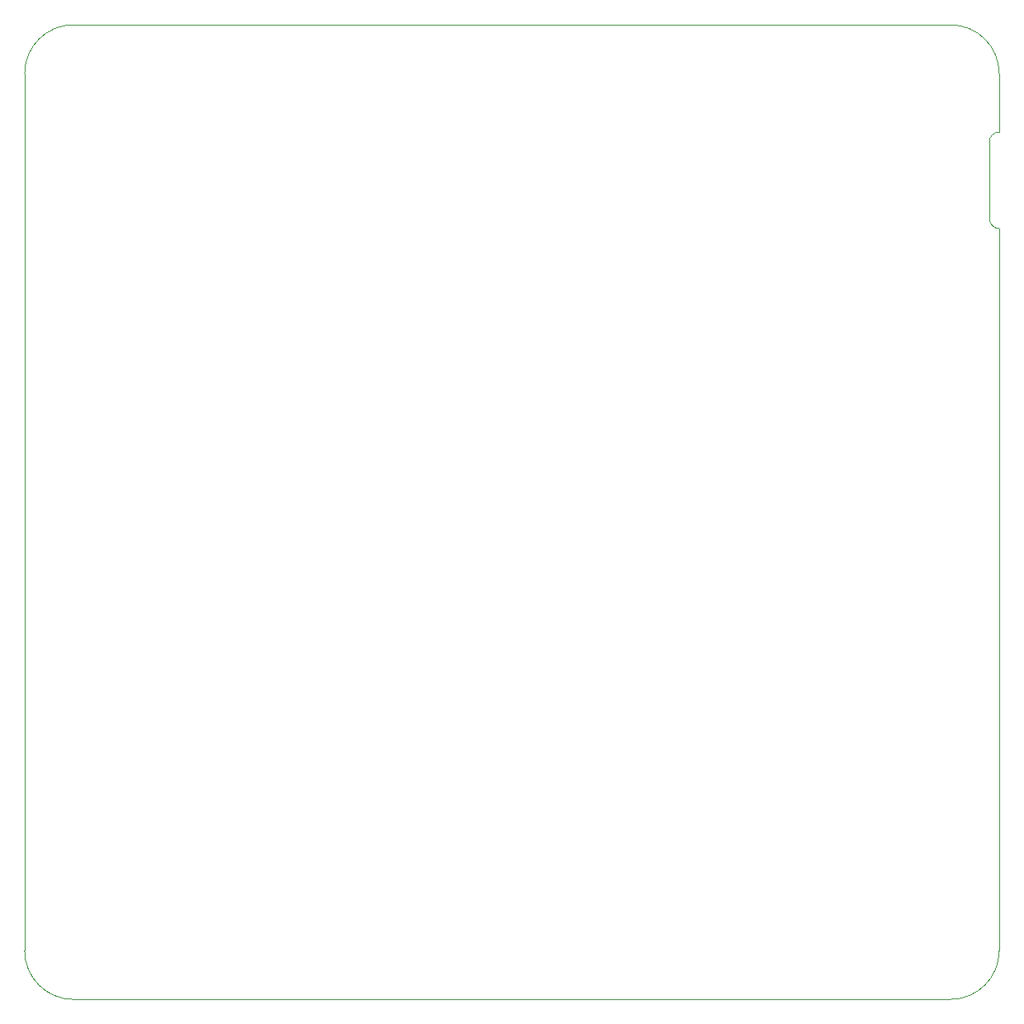
<source format=gm1>
G04 #@! TF.GenerationSoftware,KiCad,Pcbnew,(5.1.10)-1*
G04 #@! TF.CreationDate,2022-01-02T12:56:15-07:00*
G04 #@! TF.ProjectId,SAMD21,53414d44-3231-42e6-9b69-6361645f7063,rev?*
G04 #@! TF.SameCoordinates,Original*
G04 #@! TF.FileFunction,Profile,NP*
%FSLAX46Y46*%
G04 Gerber Fmt 4.6, Leading zero omitted, Abs format (unit mm)*
G04 Created by KiCad (PCBNEW (5.1.10)-1) date 2022-01-02 12:56:15*
%MOMM*%
%LPD*%
G01*
G04 APERTURE LIST*
G04 #@! TA.AperFunction,Profile*
%ADD10C,0.050000*%
G04 #@! TD*
G04 APERTURE END LIST*
D10*
X165000000Y-51000000D02*
X165000000Y-45000000D01*
X164000000Y-52000000D02*
X164000000Y-59900000D01*
X165000000Y-60900000D02*
G75*
G02*
X164000000Y-59900000I0J1000000D01*
G01*
X164000000Y-52000000D02*
G75*
G02*
X165000000Y-51000000I1000000J0D01*
G01*
X70000000Y-140000000D02*
G75*
G02*
X65000000Y-135000000I0J5000000D01*
G01*
X65000000Y-45000000D02*
G75*
G02*
X70000000Y-40000000I5000000J0D01*
G01*
X160000000Y-40000000D02*
G75*
G02*
X165000000Y-45000000I0J-5000000D01*
G01*
X165000000Y-135000000D02*
G75*
G02*
X160000000Y-140000000I-5000000J0D01*
G01*
X65000000Y-45000000D02*
X65000000Y-135000000D01*
X160000000Y-40000000D02*
X70000000Y-40000000D01*
X165000000Y-135000000D02*
X165000000Y-60900000D01*
X70000000Y-140000000D02*
X160000000Y-140000000D01*
M02*

</source>
